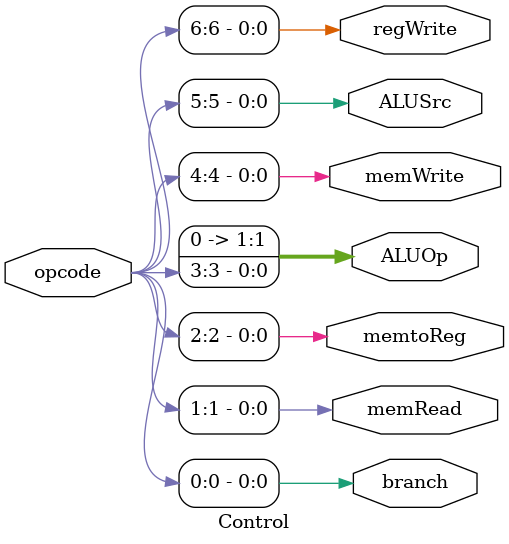
<source format=v>
module Control (
    input [6:0] opcode,
    output reg branch,
    output reg memRead,
    output reg memtoReg,
    output reg [1:0] ALUOp,
    output reg memWrite,
    output reg ALUSrc,
    output reg regWrite
);

    // TODO: implement your Control here
    // Hint: follow the Architecture (figure in spec) to set output signal
    always @(opcode) begin
        branch = opcode[0];
        memRead = opcode[1];
        memtoReg = opcode[2];
        ALUOp = opcode[3];
        memWrite = opcode[4];
        ALUSrc = opcode[5];
        regWrite = opcode[6];
    end

endmodule


</source>
